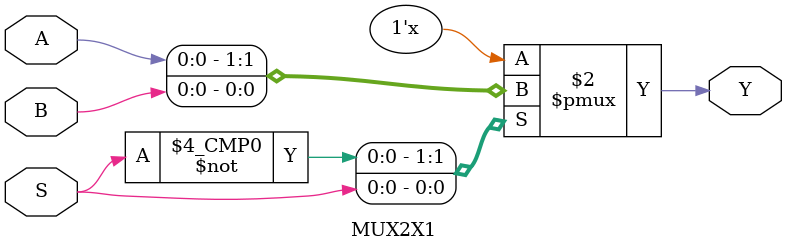
<source format=v>


module MUX2X1 ( Y, A, B, S );

  input A;
  input S;
  output reg Y;
  input B;

  always@(A, B, S)
  begin
    case(S)
      1'b0: Y = A;
      1'b1: Y = B;
    endcase
  end
    
endmodule

</source>
